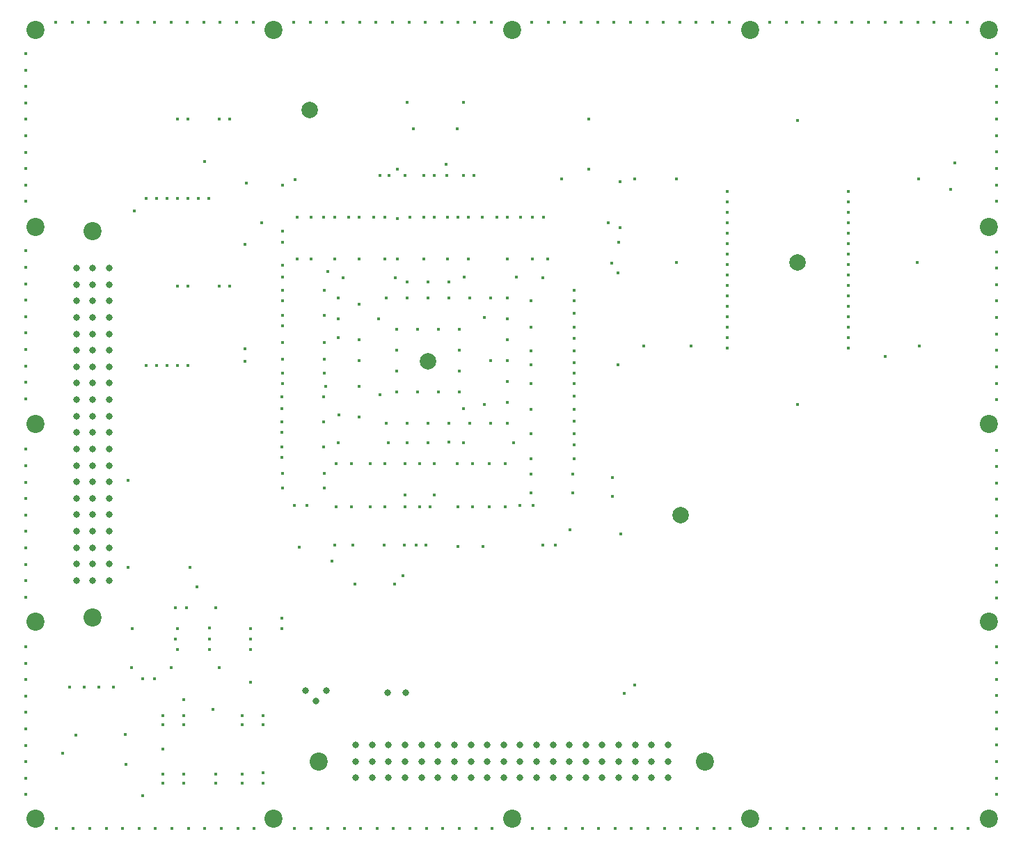
<source format=gbr>
%
M48
M72
T01C0.0160
T02C0.0315
T03C0.0787
T04C0.0866
%
T01
X11255Y7505
X9755Y8205
X9305Y9055
X9305Y9555
X9305Y10105
X9605Y11055
X8205Y11055
X7655Y11055
X7755Y10055
X7655Y9555
X7755Y9055
X7455Y8205
X6655Y7655
X6105Y7655
X5555Y8205
X4705Y7255
X4005Y7255
X3305Y7255
X2605Y7255
X505Y7618
X505Y8405
X505Y9193
X505Y11556
X505Y12344
X505Y13131
X505Y13918
X505Y14706
X505Y15493
X505Y16281
X505Y17068
X505Y17855
X505Y18643
X505Y21056
X505Y21844
X505Y22631
X505Y23418
X505Y24206
X505Y24993
X505Y25781
X505Y26568
X505Y27355
X505Y28143
X505Y30506
X505Y31294
X505Y32081
X505Y32868
X505Y33656
X505Y34443
X505Y35231
X505Y36018
X505Y36805
X505Y37593
X1930Y39105
X2717Y39105
X3505Y39105
X4292Y39105
X5079Y39105
X5867Y39105
X6654Y39105
X7442Y39105
X8229Y39105
X9016Y39105
X9804Y39105
X10604Y39105
X11404Y39105
X13330Y39105
X14117Y39105
X14905Y39105
X15692Y39105
X16479Y39105
X17267Y39105
X18054Y39105
X18842Y39105
X19629Y39105
X20416Y39105
X21204Y39105
X22004Y39105
X22804Y39105
X24730Y39105
X25517Y39105
X26305Y39105
X27092Y39105
X27879Y39105
X28667Y39105
X29454Y39105
X30242Y39105
X31029Y39105
X31816Y39105
X32604Y39105
X33404Y39105
X34204Y39105
X36130Y39105
X36917Y39105
X37705Y39105
X38492Y39105
X39279Y39105
X40067Y39105
X40854Y39105
X41642Y39105
X42429Y39105
X43216Y39105
X44004Y39105
X44804Y39105
X45604Y39105
X47005Y37604
X47005Y36816
X47005Y36029
X47005Y35242
X47005Y34454
X47005Y33667
X47005Y32879
X47005Y32092
X47005Y31305
X47005Y30517
X47005Y28104
X47005Y27316
X47005Y26529
X47005Y25742
X47005Y24954
X47005Y24167
X47005Y23379
X47005Y22592
X47005Y21805
X47005Y21017
X47005Y18604
X47005Y17816
X47005Y17029
X47005Y16242
X47005Y15454
X47005Y14667
X47005Y13879
X47005Y13092
X47005Y12305
X47005Y11517
X47005Y9204
X47005Y8416
X47005Y7629
X47005Y6842
X47005Y6054
X47005Y5267
X47005Y4479
X47005Y3692
X47005Y2905
X47005Y2117
X45630Y505
X44843Y505
X44055Y505
X43268Y505
X42481Y505
X41693Y505
X40906Y505
X40118Y505
X39331Y505
X38544Y505
X37756Y505
X36956Y505
X36156Y505
X34230Y505
X33443Y505
X32655Y505
X31868Y505
X31081Y505
X30293Y505
X29506Y505
X28718Y505
X27931Y505
X27144Y505
X26356Y505
X25556Y505
X24756Y505
X22830Y505
X22043Y505
X21255Y505
X20468Y505
X19681Y505
X18893Y505
X18106Y505
X17318Y505
X16531Y505
X15744Y505
X14956Y505
X14156Y505
X13356Y505
X11430Y505
X10643Y505
X9855Y505
X9068Y505
X8281Y505
X7493Y505
X6706Y505
X5918Y505
X5131Y505
X4344Y505
X3556Y505
X2756Y505
X1956Y505
X505Y2106
X505Y2894
X505Y3681
X505Y4468
X505Y5256
X505Y6043
X505Y6831
X2905Y4955
X2255Y4105
X5305Y3555
X6105Y2055
X7055Y2655
X7055Y3105
X8055Y3105
X8055Y2655
X9605Y2655
X9605Y3105
X10855Y3105
X10855Y2655
X11855Y2655
X11855Y3155
X11855Y5455
X11855Y5905
X10855Y5905
X10855Y5455
X9455Y6205
X8055Y5905
X8055Y5455
X7055Y5455
X7055Y5905
X8055Y6655
X5255Y5005
X7055Y4305
X11255Y9055
X11255Y9555
X11255Y10055
X12755Y10055
X12755Y10555
X15155Y13305
X15305Y14055
X16155Y14055
X17655Y14055
X18629Y14055
X19179Y14055
X19655Y14055
X18555Y12605
X18155Y12205
X16255Y12205
X13605Y13955
X13355Y15955
X13955Y15955
X12805Y16805
X12805Y17505
X12755Y18255
X12755Y18755
X12755Y19455
X12755Y19955
X12755Y20605
X12755Y21155
X12805Y21805
X12805Y22305
X12805Y22955
X12805Y23755
X12805Y24555
X12805Y25055
X12805Y25755
X12805Y26255
X12805Y26905
X12805Y27455
X13505Y27755
X14155Y27755
X14955Y27155
X15305Y27755
X15705Y26855
X14805Y26255
X15455Y25905
X14805Y25055
X15455Y24905
X15455Y24005
X14805Y23755
X14805Y22955
X14805Y22305
X14855Y21655
X14755Y21155
X15505Y20305
X14755Y19955
X14755Y18755
X15455Y18955
X15355Y17955
X14805Y17505
X14805Y16805
X15355Y15905
X16105Y15905
X17005Y15905
X17705Y15905
X18655Y15905
X18655Y16455
X19355Y15905
X19855Y15905
X20055Y16455
X21205Y15905
X21905Y15905
X22705Y15905
X23455Y15905
X24155Y15955
X24705Y16555
X24805Y15955
X24705Y17455
X24705Y18205
X23855Y18955
X23455Y17955
X22705Y17955
X21905Y17955
X21155Y17955
X20055Y17955
X19355Y17955
X18655Y17955
X17705Y17955
X17005Y17955
X16105Y17955
X17855Y18955
X18755Y18955
X19755Y18955
X20755Y19005
X21455Y18955
X21755Y19905
X21455Y20605
X21255Y21405
X20255Y21405
X19255Y21405
X18255Y21405
X17455Y21255
X16455Y21655
X16455Y22905
X16455Y23905
X17405Y24905
X16455Y25605
X17755Y25905
X18205Y26855
X18755Y26655
X18755Y25905
X19755Y25905
X19755Y26655
X20755Y26655
X20755Y25905
X21755Y25905
X21505Y26905
X21705Y27755
X20705Y27755
X19555Y27755
X18305Y27755
X17705Y27755
X16455Y27755
X18305Y29705
X17705Y29755
X17155Y29755
X16455Y29755
X15955Y29755
X15305Y29755
X14755Y29755
X14155Y29755
X13505Y29755
X12805Y29105
X12805Y28555
X11805Y29505
X11005Y28455
X10255Y26455
X9755Y26455
X8255Y26455
X7755Y26455
X5405Y13005
X5605Y10055
X8705Y12055
X8355Y13005
X5405Y17155
X6255Y22655
X6755Y22655
X7255Y22655
X7755Y22655
X8255Y22655
X11005Y22855
X11005Y23455
X16455Y20205
X17755Y19905
X18755Y19905
X19755Y19905
X20755Y19905
X22455Y20805
X22755Y19905
X23555Y19905
X23555Y20905
X24705Y20555
X24705Y19405
X26755Y19405
X26755Y18855
X26755Y18205
X26705Y17455
X26705Y16555
X26555Y14805
X25855Y14055
X25255Y14055
X22405Y14005
X21205Y14005
X26755Y20005
X26755Y20555
X26755Y21205
X26755Y21805
X26755Y22305
X26755Y22805
X26755Y23355
X26755Y23955
X26755Y24505
X26755Y25155
X26755Y25755
X26755Y26255
X25255Y26855
X24005Y26905
X23555Y25905
X22755Y25905
X22455Y24955
X21255Y24405
X20255Y24405
X19255Y24405
X18255Y24405
X18255Y23405
X18255Y22405
X21255Y22405
X21255Y23405
X22755Y22905
X23555Y22905
X23555Y21905
X24705Y21805
X24705Y22705
X24705Y23355
X23555Y23905
X23555Y24905
X24705Y24505
X24705Y25755
X24755Y27755
X25505Y27755
X23555Y27755
X23555Y29755
X23055Y29755
X22355Y29755
X21705Y29755
X21205Y29755
X20705Y29755
X20055Y29755
X19555Y29755
X18905Y29755
X18655Y31755
X18305Y32055
X17905Y31755
X17455Y31755
X19555Y31755
X20055Y31755
X20655Y31755
X20636Y32305
X21455Y31755
X21955Y31755
X21155Y34005
X21455Y35255
X19055Y34005
X18755Y35255
X10255Y34455
X9755Y34455
X8255Y34455
X7755Y34455
X9065Y32425
X8755Y30655
X8255Y30655
X7755Y30655
X7255Y30655
X6755Y30655
X6255Y30655
X5705Y30055
X9255Y30655
X11055Y31405
X12805Y31305
X13405Y31555
X24205Y29755
X24755Y29755
X25305Y29755
X26155Y31605
X27455Y32055
X28955Y31455
X29655Y31605
X31655Y31605
X34105Y31005
X34105Y30505
X34105Y30005
X34105Y29505
X34105Y29005
X34105Y28505
X34105Y28005
X34105Y27505
X34105Y27005
X34105Y26505
X34105Y26005
X34105Y25505
X34105Y25005
X34105Y24505
X34105Y24005
X34105Y23505
X32355Y23605
X30105Y23605
X28855Y22705
X28855Y27105
X28555Y27555
X28905Y28555
X28955Y29255
X28405Y29505
X31655Y27605
X39905Y27505
X39905Y27005
X39905Y26505
X39905Y26005
X39905Y25505
X39905Y25005
X39905Y24505
X39905Y24005
X39905Y23505
X41655Y23105
X43305Y23605
X43205Y27605
X39905Y28005
X39905Y28505
X39905Y29005
X39905Y29505
X39905Y30005
X39905Y30505
X39905Y31005
X43255Y31605
X44805Y31105
X45005Y32355
X37455Y34405
X27455Y34455
X37455Y20805
X29005Y14605
X28605Y16405
X28605Y17305
X29655Y7355
X29155Y6955
T02
X2911Y12360
X2911Y13147
X2911Y13935
X2911Y14722
X2911Y15509
X2911Y16297
X2911Y17084
X2911Y17872
X2911Y18659
X2911Y19446
X2911Y20234
X2911Y21021
X2911Y21809
X2911Y22596
X2911Y23383
X2911Y24171
X2911Y24958
X2911Y25746
X2911Y26533
X2911Y27320
X3698Y27320
X3698Y26533
X3698Y25746
X3698Y24958
X3698Y24171
X3698Y23383
X3698Y22596
X3698Y21809
X3698Y21021
X3698Y20234
X3698Y19446
X3698Y18659
X3698Y17872
X3698Y17084
X3698Y16297
X3698Y15509
X3698Y14722
X3698Y13935
X3698Y13147
X3698Y12360
X4486Y12360
X4486Y13147
X4486Y13935
X4486Y14722
X4486Y15509
X4486Y16297
X4486Y17084
X4486Y17872
X4486Y18659
X4486Y19446
X4486Y20234
X4486Y21021
X4486Y21809
X4486Y22596
X4486Y23383
X4486Y24171
X4486Y24958
X4486Y25746
X4486Y26533
X4486Y27320
X13905Y7105
X14405Y6605
X14905Y7105
X16297Y4486
X16297Y3698
X16297Y2911
X17084Y2911
X17084Y3698
X17084Y4486
X17872Y4486
X17872Y3698
X17872Y2911
X18659Y2911
X18659Y3698
X18659Y4486
X19446Y4486
X19446Y3698
X19446Y2911
X20234Y2911
X20234Y3698
X20234Y4486
X21021Y4486
X21021Y3698
X21021Y2911
X21809Y2911
X21809Y3698
X21809Y4486
X22596Y4486
X22596Y3698
X22596Y2911
X23383Y2911
X23383Y3698
X23383Y4486
X24171Y4486
X24171Y3698
X24171Y2911
X24958Y2911
X24958Y3698
X24958Y4486
X25746Y4486
X25746Y3698
X25746Y2911
X26533Y2911
X26533Y3698
X26533Y4486
X27320Y4486
X27320Y3698
X27320Y2911
X28108Y2911
X28108Y3698
X28108Y4486
X28895Y4486
X28895Y3698
X28895Y2911
X29683Y2911
X29683Y3698
X29683Y4486
X30470Y4486
X30470Y3698
X30470Y2911
X31257Y2911
X31257Y3698
X31257Y4486
X18689Y7005
X17821Y7005
T03
X19755Y22855
X14105Y34898
X37455Y27605
X31855Y15498
T04
X942Y942
X942Y10391
X942Y19840
X942Y29289
X942Y38738
X12360Y38738
X23777Y38738
X35194Y38738
X46612Y38738
X46612Y29289
X46612Y19840
X46612Y10391
X46612Y942
X35194Y942
X23777Y942
X12360Y942
X3698Y10588
X3698Y29092
X33029Y3698
X14525Y3698
M30

</source>
